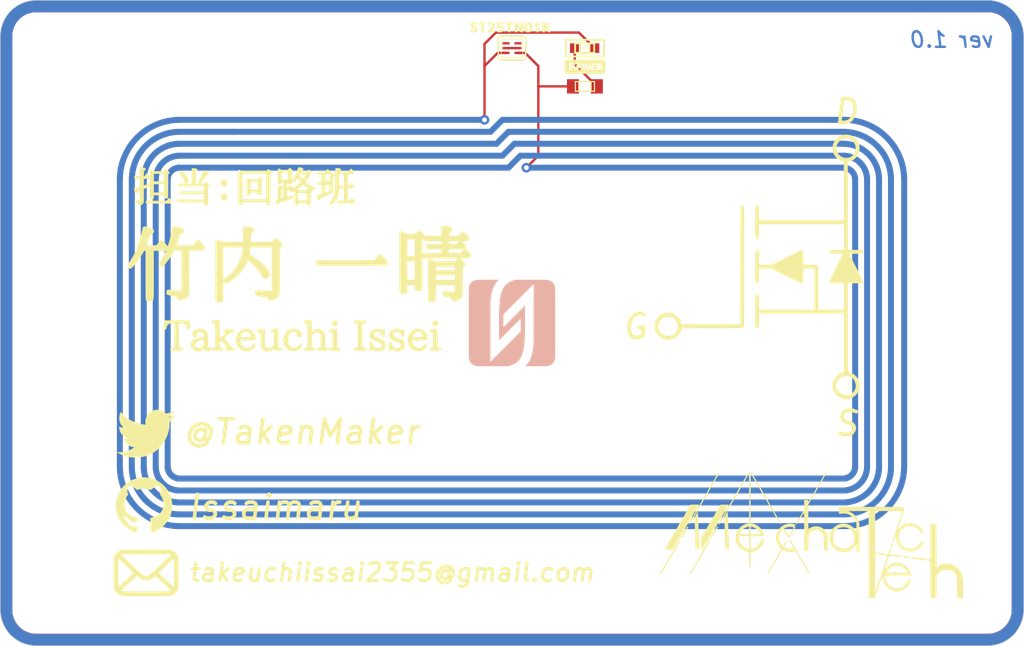
<source format=kicad_pcb>
(kicad_pcb (version 20171130) (host pcbnew "(5.1.10)-1")
  (layers (0 F.Cu signal) (31 B.Cu signal) (34 B.Paste user) (35 F.Paste user) (36 B.SilkS user) (37 F.SilkS user) (38 B.Mask user) (39 F.Mask user) (44 Edge.Cuts user))
  (net 0 "")
  (net 1 "Net-(LED1-PadK)")
  (net 2 "Net-(LED1-PadA)")
  (module circuit-business-card:担当 (layer F.Cu) (at 90.35 80.9)
    (fp_text reference G*** hide)
    (fp_text value LOGO hide)
  )
  (module circuit-business-card:MOSFET (layer F.Cu) (at 135.3 87.5)
    (fp_text reference G*** hide)
    (fp_text value LOGO hide)
  )
  (module circuit-business-card:名前 (layer F.Cu) (at 94.9 87.7)
    (fp_text reference G*** hide)
    (fp_text value LOGO hide)
  )
  (module "circuit-business-card:名前(英語)" (layer F.Cu) (at 95.3 93.05)
    (fp_text reference G*** hide)
    (fp_text value LOGO hide)
  )
  (module circuit-business-card:mail (layer F.Cu) (at 82.2 112.85)
    (fp_text reference G*** hide)
    (fp_text value LOGO hide)
  )
  (module circuit-business-card:github (layer F.Cu) (at 82.2 107.45)
    (fp_text reference G*** hide)
    (fp_text value LOGO hide)
  )
  (module circuit-business-card:Twitter (layer F.Cu) (at 82.2 101.25)
    (fp_text reference G*** hide)
    (fp_text value LOGO hide)
  )
  (module circuit-business-card:メカテック部ロゴ (layer F.Cu) (at 138.2 109.55)
    (fp_text reference G*** hide)
    (fp_text value LOGO hide)
  )
  (module circuit-business-card:NFC (layer B.Cu) (at 112.8 91.99 180)
    (fp_text reference G*** hide)
    (fp_text value LOGO hide)
  )
  (module circuit-business-card:ST25TN01K (layer F.Cu) (at 112.6 67.25)
    (fp_text reference G*** hide)
    (fp_text value LOGO hide)
  )
  (module circuit-business-card:POWER (layer F.Cu) (at 118.9 70.55)
    (fp_text reference G*** hide)
    (fp_text value LOGO hide)
  )
  (module circuit-business-card:CR0603 (layer F.Cu) (at 118.9 72.2)
    (fp_text reference R1 hide)
    (fp_text value RG2012 hide)
    (pad LEFT smd rect (at -1 0) (size 1 1.2) (layers F.Cu F.Paste F.Mask) (net 1 "Net-(LED1-PadK)"))
    (pad RIGHT smd rect (at 1 0) (size 1 1.2) (layers F.Cu F.Paste F.Mask) (net 2 "Net-(LED1-PadA)"))
  )
  (module circuit-business-card:SML-E12V8WT86 (layer F.Cu) (at 119.7 69 90)
    (fp_text reference LED1 hide)
    (fp_text value SML-E12V8WT86 hide)
    (pad K smd rect (at 0 0 90) (size 0.8 0.8) (layers F.Cu F.Paste F.Mask) (net 1 "Net-(LED1-PadK)"))
    (pad A smd rect (at 0 -1.65 90) (size 0.8 0.8) (layers F.Cu F.Paste F.Mask) (net 2 "Net-(LED1-PadA)"))
  )
  (module circuit-business-card:ST25TN01K-AFH5 (layer F.Cu) (at 112.8 69)
    (fp_text reference U1 hide)
    (fp_text value ST25TN01K-AFH5)
    (pad 2 smd roundrect (at 0.5 0.4) (size 0.6 0.2) (layers F.Cu F.Paste F.Mask) (net 1 "Net-(LED1-PadK)"))
    (pad 1 smd roundrect (at -0.5 0.4) (size 0.6 0.2) (layers F.Cu F.Paste F.Mask) (net 1 "Net-(LED1-PadK)"))
    (pad 6 smd roundrect (at 0.5 -0.4) (size 0.6 0.2) (layers F.Cu F.Paste F.Mask))
    (pad 5 smd roundrect (at -0.5 -0.4) (size 0.6 0.2) (layers F.Cu F.Paste F.Mask))
    (pad 4 smd roundrect (at 0 0) (size 1.6 0.2) (layers F.Cu F.Paste F.Mask))
  )
  (gr_text D (at 140.75 74.3) (layer F.SilkS) (effects (font (size 2 2) (thickness 0.3) italic)))
  (gr_text S (at 140.8 100.4) (layer F.SilkS) (effects (font (size 2 2) (thickness 0.3) italic)))
  (gr_text G (at 123.1 92.3) (layer F.SilkS) (effects (font (size 2 2) (thickness 0.3) italic)))
  (gr_text takeuchiissai2355@gmail.com (at 102.75 112.85) (layer F.SilkS) (effects (font (size 1.5 1.5) (thickness 0.25) italic)))
  (gr_text Issaimaru (at 93 107.4) (layer F.SilkS) (effects (font (size 2 2) (thickness 0.3) italic)))
  (gr_text @TakenMaker (at 95.2 101.1) (layer F.SilkS) (effects (font (size 2 2) (thickness 0.3) italic)))
  (gr_text "ver 1.0" (at 149.65 68.3) (layer B.Cu) (effects (font (size 1.3 1.3) (thickness 0.2) italic) (justify mirror)))
  (gr_arc (start 113.7 68.25) (end 113.95 68.25) (angle -90) (layer F.SilkS) (width 0.12))
  (gr_arc (start 113.7 69.75) (end 113.7 70) (angle -90) (layer F.SilkS) (width 0.12))
  (gr_arc (start 111.9 69.75) (end 111.65 69.75) (angle -90) (layer F.SilkS) (width 0.12))
  (gr_arc (start 111.9 68.25) (end 111.9 68) (angle -90) (layer F.SilkS) (width 0.12))
  (gr_line (start 113.7 68) (end 111.9 68) (layer F.SilkS) (width 0.12))
  (gr_line (start 113.95 69.75) (end 113.95 68.25) (layer F.SilkS) (width 0.12))
  (gr_line (start 111.9 70) (end 113.7 70) (layer F.SilkS) (width 0.12))
  (gr_line (start 111.65 68.25) (end 111.65 69.75) (layer F.SilkS) (width 0.12))
  (gr_line (start 120.5 68.3) (end 117.3 68.3) (layer F.SilkS) (width 0.15))
  (gr_line (start 120.5 69.7) (end 120.5 68.3) (layer F.SilkS) (width 0.15))
  (gr_line (start 117.3 69.7) (end 120.5 69.7) (layer F.SilkS) (width 0.15))
  (gr_line (start 117.3 68.3) (end 117.3 69.7) (layer F.SilkS) (width 0.15))
  (gr_arc (start 152.6 67.98) (end 155.1 67.98) (angle -90) (layer B.Cu) (width 1))
  (gr_line (start 155.1 68.02) (end 155.1 116) (layer B.Cu) (width 1))
  (gr_arc (start 152.6 116) (end 152.6 118.5) (angle -90) (layer B.Cu) (width 1))
  (gr_line (start 152.6 118.5) (end 73 118.5) (layer B.Cu) (width 1))
  (gr_arc (start 73 116) (end 70.5 116) (angle -90) (layer B.Cu) (width 1))
  (gr_line (start 70.5 68) (end 70.5 115.98) (layer B.Cu) (width 1))
  (gr_arc (start 73 68) (end 73 65.5) (angle -90) (layer B.Cu) (width 1))
  (gr_line (start 152.6 65.5) (end 73 65.5) (layer B.Cu) (width 1))
  (gr_arc (start 73 115.98) (end 70.5 115.98) (angle -90) (layer F.Cu) (width 1))
  (gr_arc (start 152.6 115.98) (end 152.6 118.48) (angle -90) (layer F.Cu) (width 1))
  (gr_arc (start 152.6 68) (end 155.1 68) (angle -90) (layer F.Cu) (width 1))
  (gr_arc (start 73 68) (end 73 65.5) (angle -90) (layer F.Cu) (width 1))
  (gr_line (start 152.6 118.48) (end 73 118.48) (layer F.Cu) (width 1))
  (gr_line (start 152.6 65.5) (end 73 65.5) (layer F.Cu) (width 1))
  (gr_line (start 155.1 68) (end 155.1 115.98) (layer F.Cu) (width 1))
  (gr_line (start 70.5 68) (end 70.5 115.98) (layer F.Cu) (width 1))
  (gr_arc (start 152.6 68) (end 155.6 68) (angle -90) (layer Edge.Cuts) (width 0.05))
  (gr_arc (start 152.6 115.98) (end 152.6 118.98) (angle -90) (layer Edge.Cuts) (width 0.05))
  (gr_arc (start 73 115.98) (end 70 115.98) (angle -90) (layer Edge.Cuts) (width 0.05))
  (gr_arc (start 73 68) (end 73 65) (angle -90) (layer Edge.Cuts) (width 0.05))
  (gr_line (start 152.6 65) (end 73 65) (layer Edge.Cuts) (width 0.05))
  (gr_line (start 155.6 115.98) (end 155.6 68) (layer Edge.Cuts) (width 0.05))
  (gr_line (start 73 118.98) (end 152.6 118.98) (layer Edge.Cuts) (width 0.05))
  (gr_line (start 70 68) (end 70 115.98) (layer Edge.Cuts) (width 0.05))
  (segment (start 112.5 75) (end 112 75) (width 0.5) (layer B.Cu) (net 1))
  (segment (start 111 76) (end 89.5 76) (width 0.5) (layer B.Cu) (net 1))
  (segment (start 112 75) (end 111 76) (width 0.5) (layer B.Cu) (net 1))
  (segment (start 112.5 76) (end 111.5 77) (width 0.5) (layer B.Cu) (net 1))
  (segment (start 113 77) (end 112 78) (width 0.5) (layer B.Cu) (net 1))
  (segment (start 113.5 78) (end 112.5 79) (width 0.5) (layer B.Cu) (net 1))
  (segment (start 85 77) (end 111.5 77) (width 0.5) (layer B.Cu) (net 1))
  (segment (start 85 77) (end 84.852796 77.003613) (width 0.5) (layer B.Cu) (net 1))
  (segment (start 84.852796 77.003613) (end 84.705948 77.014445) (width 0.5) (layer B.Cu) (net 1))
  (segment (start 84.705948 77.014445) (end 84.559808 77.03247) (width 0.5) (layer B.Cu) (net 1))
  (segment (start 84.559808 77.03247) (end 84.414729 77.057644) (width 0.5) (layer B.Cu) (net 1))
  (segment (start 84.414729 77.057644) (end 84.271059 77.089906) (width 0.5) (layer B.Cu) (net 1))
  (segment (start 84.271059 77.089906) (end 84.129145 77.129178) (width 0.5) (layer B.Cu) (net 1))
  (segment (start 84.129145 77.129178) (end 83.98933 77.175367) (width 0.5) (layer B.Cu) (net 1))
  (segment (start 83.98933 77.175367) (end 83.851949 77.228361) (width 0.5) (layer B.Cu) (net 1))
  (segment (start 83.851949 77.228361) (end 83.717334 77.288032) (width 0.5) (layer B.Cu) (net 1))
  (segment (start 83.717334 77.288032) (end 83.585809 77.354236) (width 0.5) (layer B.Cu) (net 1))
  (segment (start 83.585809 77.354236) (end 83.457691 77.426814) (width 0.5) (layer B.Cu) (net 1))
  (segment (start 83.457691 77.426814) (end 83.333289 77.505591) (width 0.5) (layer B.Cu) (net 1))
  (segment (start 83.333289 77.505591) (end 83.212902 77.590377) (width 0.5) (layer B.Cu) (net 1))
  (segment (start 83.212902 77.590377) (end 83.09682 77.680968) (width 0.5) (layer B.Cu) (net 1))
  (segment (start 83.09682 77.680968) (end 82.985323 77.777146) (width 0.5) (layer B.Cu) (net 1))
  (segment (start 82.985323 77.777146) (end 82.878679 77.878679) (width 0.5) (layer B.Cu) (net 1))
  (segment (start 82.878679 77.878679) (end 82.777146 77.985323) (width 0.5) (layer B.Cu) (net 1))
  (segment (start 82.777146 77.985323) (end 82.680968 78.09682) (width 0.5) (layer B.Cu) (net 1))
  (segment (start 82.680968 78.09682) (end 82.590377 78.212902) (width 0.5) (layer B.Cu) (net 1))
  (segment (start 82.590377 78.212902) (end 82.505591 78.333289) (width 0.5) (layer B.Cu) (net 1))
  (segment (start 82.505591 78.333289) (end 82.426814 78.457691) (width 0.5) (layer B.Cu) (net 1))
  (segment (start 82.426814 78.457691) (end 82.354236 78.585809) (width 0.5) (layer B.Cu) (net 1))
  (segment (start 82.354236 78.585809) (end 82.288032 78.717334) (width 0.5) (layer B.Cu) (net 1))
  (segment (start 82.288032 78.717334) (end 82.228361 78.851949) (width 0.5) (layer B.Cu) (net 1))
  (segment (start 82.228361 78.851949) (end 82.175367 78.98933) (width 0.5) (layer B.Cu) (net 1))
  (segment (start 82.175367 78.98933) (end 82.129178 79.129145) (width 0.5) (layer B.Cu) (net 1))
  (segment (start 82.129178 79.129145) (end 82.089906 79.271059) (width 0.5) (layer B.Cu) (net 1))
  (segment (start 82.089906 79.271059) (end 82.057644 79.414729) (width 0.5) (layer B.Cu) (net 1))
  (segment (start 82.057644 79.414729) (end 82.03247 79.559808) (width 0.5) (layer B.Cu) (net 1))
  (segment (start 82.03247 79.559808) (end 82.014445 79.705948) (width 0.5) (layer B.Cu) (net 1))
  (segment (start 82.014445 79.705948) (end 82.003613 79.852796) (width 0.5) (layer B.Cu) (net 1))
  (segment (start 82.003613 79.852796) (end 82 80) (width 0.5) (layer B.Cu) (net 1))
  (segment (start 85 78) (end 112 78) (width 0.5) (layer B.Cu) (net 1))
  (segment (start 85 78) (end 84.901864 78.002409) (width 0.5) (layer B.Cu) (net 1))
  (segment (start 84.901864 78.002409) (end 84.803965 78.00963) (width 0.5) (layer B.Cu) (net 1))
  (segment (start 84.803965 78.00963) (end 84.706539 78.021646) (width 0.5) (layer B.Cu) (net 1))
  (segment (start 84.706539 78.021646) (end 84.609819 78.038429) (width 0.5) (layer B.Cu) (net 1))
  (segment (start 84.609819 78.038429) (end 84.514039 78.059937) (width 0.5) (layer B.Cu) (net 1))
  (segment (start 84.514039 78.059937) (end 84.41943 78.086119) (width 0.5) (layer B.Cu) (net 1))
  (segment (start 84.41943 78.086119) (end 84.32622 78.116911) (width 0.5) (layer B.Cu) (net 1))
  (segment (start 84.32622 78.116911) (end 84.234633 78.15224) (width 0.5) (layer B.Cu) (net 1))
  (segment (start 84.234633 78.15224) (end 84.144889 78.192021) (width 0.5) (layer B.Cu) (net 1))
  (segment (start 84.144889 78.192021) (end 84.057206 78.236157) (width 0.5) (layer B.Cu) (net 1))
  (segment (start 84.057206 78.236157) (end 83.971794 78.284542) (width 0.5) (layer B.Cu) (net 1))
  (segment (start 83.971794 78.284542) (end 83.888859 78.33706) (width 0.5) (layer B.Cu) (net 1))
  (segment (start 83.888859 78.33706) (end 83.808601 78.393584) (width 0.5) (layer B.Cu) (net 1))
  (segment (start 83.808601 78.393584) (end 83.731213 78.453979) (width 0.5) (layer B.Cu) (net 1))
  (segment (start 83.731213 78.453979) (end 83.656882 78.518097) (width 0.5) (layer B.Cu) (net 1))
  (segment (start 83.656882 78.518097) (end 83.585786 78.585786) (width 0.5) (layer B.Cu) (net 1))
  (segment (start 83.585786 78.585786) (end 83.518097 78.656882) (width 0.5) (layer B.Cu) (net 1))
  (segment (start 83.518097 78.656882) (end 83.453979 78.731213) (width 0.5) (layer B.Cu) (net 1))
  (segment (start 83.453979 78.731213) (end 83.393584 78.808601) (width 0.5) (layer B.Cu) (net 1))
  (segment (start 83.393584 78.808601) (end 83.33706 78.888859) (width 0.5) (layer B.Cu) (net 1))
  (segment (start 83.33706 78.888859) (end 83.284542 78.971794) (width 0.5) (layer B.Cu) (net 1))
  (segment (start 83.284542 78.971794) (end 83.236157 79.057206) (width 0.5) (layer B.Cu) (net 1))
  (segment (start 83.236157 79.057206) (end 83.192021 79.144889) (width 0.5) (layer B.Cu) (net 1))
  (segment (start 83.192021 79.144889) (end 83.15224 79.234633) (width 0.5) (layer B.Cu) (net 1))
  (segment (start 83.15224 79.234633) (end 83.116911 79.32622) (width 0.5) (layer B.Cu) (net 1))
  (segment (start 83.116911 79.32622) (end 83.086119 79.41943) (width 0.5) (layer B.Cu) (net 1))
  (segment (start 83.086119 79.41943) (end 83.059937 79.514039) (width 0.5) (layer B.Cu) (net 1))
  (segment (start 83.059937 79.514039) (end 83.038429 79.609819) (width 0.5) (layer B.Cu) (net 1))
  (segment (start 83.038429 79.609819) (end 83.021646 79.706539) (width 0.5) (layer B.Cu) (net 1))
  (segment (start 83.021646 79.706539) (end 83.00963 79.803965) (width 0.5) (layer B.Cu) (net 1))
  (segment (start 83.00963 79.803965) (end 83.002409 79.901864) (width 0.5) (layer B.Cu) (net 1))
  (segment (start 83.002409 79.901864) (end 83 80) (width 0.5) (layer B.Cu) (net 1))
  (segment (start 85 79) (end 112.5 79) (width 0.5) (layer B.Cu) (net 1))
  (segment (start 85 79) (end 84.950932 79.001204) (width 0.5) (layer B.Cu) (net 1))
  (segment (start 84.950932 79.001204) (end 84.901982 79.004815) (width 0.5) (layer B.Cu) (net 1))
  (segment (start 84.901982 79.004815) (end 84.853269 79.010823) (width 0.5) (layer B.Cu) (net 1))
  (segment (start 84.853269 79.010823) (end 84.804909 79.019214) (width 0.5) (layer B.Cu) (net 1))
  (segment (start 84.804909 79.019214) (end 84.757019 79.029968) (width 0.5) (layer B.Cu) (net 1))
  (segment (start 84.757019 79.029968) (end 84.709715 79.043059) (width 0.5) (layer B.Cu) (net 1))
  (segment (start 84.709715 79.043059) (end 84.66311 79.058455) (width 0.5) (layer B.Cu) (net 1))
  (segment (start 84.66311 79.058455) (end 84.617316 79.07612) (width 0.5) (layer B.Cu) (net 1))
  (segment (start 84.617316 79.07612) (end 84.572444 79.09601) (width 0.5) (layer B.Cu) (net 1))
  (segment (start 84.572444 79.09601) (end 84.528603 79.118078) (width 0.5) (layer B.Cu) (net 1))
  (segment (start 84.528603 79.118078) (end 84.485897 79.142271) (width 0.5) (layer B.Cu) (net 1))
  (segment (start 84.485897 79.142271) (end 84.444429 79.16853) (width 0.5) (layer B.Cu) (net 1))
  (segment (start 84.444429 79.16853) (end 84.4043 79.196792) (width 0.5) (layer B.Cu) (net 1))
  (segment (start 84.4043 79.196792) (end 84.365606 79.226989) (width 0.5) (layer B.Cu) (net 1))
  (segment (start 84.365606 79.226989) (end 84.328441 79.259048) (width 0.5) (layer B.Cu) (net 1))
  (segment (start 84.328441 79.259048) (end 84.292893 79.292893) (width 0.5) (layer B.Cu) (net 1))
  (segment (start 84.292893 79.292893) (end 84.259048 79.328441) (width 0.5) (layer B.Cu) (net 1))
  (segment (start 84.259048 79.328441) (end 84.226989 79.365606) (width 0.5) (layer B.Cu) (net 1))
  (segment (start 84.226989 79.365606) (end 84.196792 79.4043) (width 0.5) (layer B.Cu) (net 1))
  (segment (start 84.196792 79.4043) (end 84.16853 79.444429) (width 0.5) (layer B.Cu) (net 1))
  (segment (start 84.16853 79.444429) (end 84.142271 79.485897) (width 0.5) (layer B.Cu) (net 1))
  (segment (start 84.142271 79.485897) (end 84.118078 79.528603) (width 0.5) (layer B.Cu) (net 1))
  (segment (start 84.118078 79.528603) (end 84.09601 79.572444) (width 0.5) (layer B.Cu) (net 1))
  (segment (start 84.09601 79.572444) (end 84.07612 79.617316) (width 0.5) (layer B.Cu) (net 1))
  (segment (start 84.07612 79.617316) (end 84.058455 79.66311) (width 0.5) (layer B.Cu) (net 1))
  (segment (start 84.058455 79.66311) (end 84.043059 79.709715) (width 0.5) (layer B.Cu) (net 1))
  (segment (start 84.043059 79.709715) (end 84.029968 79.757019) (width 0.5) (layer B.Cu) (net 1))
  (segment (start 84.029968 79.757019) (end 84.019214 79.804909) (width 0.5) (layer B.Cu) (net 1))
  (segment (start 84.019214 79.804909) (end 84.010823 79.853269) (width 0.5) (layer B.Cu) (net 1))
  (segment (start 84.010823 79.853269) (end 84.004815 79.901982) (width 0.5) (layer B.Cu) (net 1))
  (segment (start 84.004815 79.901982) (end 84.001204 79.950932) (width 0.5) (layer B.Cu) (net 1))
  (segment (start 84.001204 79.950932) (end 84 80) (width 0.5) (layer B.Cu) (net 1))
  (via (at 114 79) (size 0.8) (drill 0.4) (layers F.Cu B.Cu) (net 1))
  (segment (start 115 79) (end 114 79) (width 0.5) (layer B.Cu) (net 1))
  (via (at 110.5 75) (size 0.8) (drill 0.4) (layers F.Cu B.Cu) (net 1))
  (segment (start 112.3 69.4) (end 111.6 69.4) (width 0.2) (layer F.Cu) (net 1))
  (segment (start 111.6 69.4) (end 110.5 70.5) (width 0.2) (layer F.Cu) (net 1))
  (segment (start 110.5 70.5) (end 110.5 75) (width 0.2) (layer F.Cu) (net 1))
  (segment (start 110.5 75) (end 110.5 75) (width 0.5) (layer B.Cu) (net 1))
  (segment (start 115 78) (end 114 79) (width 0.2) (layer F.Cu) (net 1))
  (segment (start 113.9 69.4) (end 115 70.5) (width 0.2) (layer F.Cu) (net 1))
  (segment (start 113.3 69.4) (end 113.9 69.4) (width 0.2) (layer F.Cu) (net 1))
  (segment (start 85 75) (end 110.5 75) (width 0.5) (layer B.Cu) (net 1))
  (segment (start 85 75) (end 84.754661 75.006022) (width 0.5) (layer B.Cu) (net 1))
  (segment (start 84.754661 75.006022) (end 84.509914 75.024076) (width 0.5) (layer B.Cu) (net 1))
  (segment (start 84.509914 75.024076) (end 84.266347 75.054117) (width 0.5) (layer B.Cu) (net 1))
  (segment (start 84.266347 75.054117) (end 84.024548 75.096073) (width 0.5) (layer B.Cu) (net 1))
  (segment (start 84.024548 75.096073) (end 83.785099 75.149843) (width 0.5) (layer B.Cu) (net 1))
  (segment (start 83.785099 75.149843) (end 83.548576 75.215298) (width 0.5) (layer B.Cu) (net 1))
  (segment (start 83.548576 75.215298) (end 83.31555 75.292279) (width 0.5) (layer B.Cu) (net 1))
  (segment (start 83.31555 75.292279) (end 83.086582 75.380602) (width 0.5) (layer B.Cu) (net 1))
  (segment (start 83.086582 75.380602) (end 82.862224 75.480053) (width 0.5) (layer B.Cu) (net 1))
  (segment (start 82.862224 75.480053) (end 82.643016 75.590393) (width 0.5) (layer B.Cu) (net 1))
  (segment (start 82.643016 75.590393) (end 82.429486 75.711356) (width 0.5) (layer B.Cu) (net 1))
  (segment (start 82.429486 75.711356) (end 82.222148 75.842651) (width 0.5) (layer B.Cu) (net 1))
  (segment (start 82.222148 75.842651) (end 82.021503 75.983962) (width 0.5) (layer B.Cu) (net 1))
  (segment (start 82.021503 75.983962) (end 81.828033 76.134947) (width 0.5) (layer B.Cu) (net 1))
  (segment (start 81.828033 76.134947) (end 81.642205 76.295244) (width 0.5) (layer B.Cu) (net 1))
  (segment (start 81.642205 76.295244) (end 81.464466 76.464466) (width 0.5) (layer B.Cu) (net 1))
  (segment (start 81.464466 76.464466) (end 81.295244 76.642205) (width 0.5) (layer B.Cu) (net 1))
  (segment (start 81.295244 76.642205) (end 81.134947 76.828033) (width 0.5) (layer B.Cu) (net 1))
  (segment (start 81.134947 76.828033) (end 80.983962 77.021503) (width 0.5) (layer B.Cu) (net 1))
  (segment (start 80.983962 77.021503) (end 80.842651 77.222148) (width 0.5) (layer B.Cu) (net 1))
  (segment (start 80.842651 77.222148) (end 80.711356 77.429486) (width 0.5) (layer B.Cu) (net 1))
  (segment (start 80.711356 77.429486) (end 80.590393 77.643016) (width 0.5) (layer B.Cu) (net 1))
  (segment (start 80.590393 77.643016) (end 80.480053 77.862224) (width 0.5) (layer B.Cu) (net 1))
  (segment (start 80.480053 77.862224) (end 80.380602 78.086582) (width 0.5) (layer B.Cu) (net 1))
  (segment (start 80.380602 78.086582) (end 80.292279 78.31555) (width 0.5) (layer B.Cu) (net 1))
  (segment (start 80.292279 78.31555) (end 80.215298 78.548576) (width 0.5) (layer B.Cu) (net 1))
  (segment (start 80.215298 78.548576) (end 80.149843 78.785099) (width 0.5) (layer B.Cu) (net 1))
  (segment (start 80.149843 78.785099) (end 80.096073 79.024548) (width 0.5) (layer B.Cu) (net 1))
  (segment (start 80.096073 79.024548) (end 80.054117 79.266347) (width 0.5) (layer B.Cu) (net 1))
  (segment (start 80.054117 79.266347) (end 80.024076 79.509914) (width 0.5) (layer B.Cu) (net 1))
  (segment (start 80.024076 79.509914) (end 80.006022 79.754661) (width 0.5) (layer B.Cu) (net 1))
  (segment (start 80.006022 79.754661) (end 80 80) (width 0.5) (layer B.Cu) (net 1))
  (segment (start 85 76) (end 89.5 76) (width 0.5) (layer B.Cu) (net 1))
  (segment (start 85 76) (end 84.803729 76.004818) (width 0.5) (layer B.Cu) (net 1))
  (segment (start 84.803729 76.004818) (end 84.607931 76.019261) (width 0.5) (layer B.Cu) (net 1))
  (segment (start 84.607931 76.019261) (end 84.413078 76.043293) (width 0.5) (layer B.Cu) (net 1))
  (segment (start 84.413078 76.043293) (end 84.219638 76.076858) (width 0.5) (layer B.Cu) (net 1))
  (segment (start 84.219638 76.076858) (end 84.028079 76.119874) (width 0.5) (layer B.Cu) (net 1))
  (segment (start 84.028079 76.119874) (end 83.838861 76.172238) (width 0.5) (layer B.Cu) (net 1))
  (segment (start 83.838861 76.172238) (end 83.65244 76.233823) (width 0.5) (layer B.Cu) (net 1))
  (segment (start 83.65244 76.233823) (end 83.469266 76.304481) (width 0.5) (layer B.Cu) (net 1))
  (segment (start 83.469266 76.304481) (end 83.289779 76.384042) (width 0.5) (layer B.Cu) (net 1))
  (segment (start 83.289779 76.384042) (end 83.114413 76.472314) (width 0.5) (layer B.Cu) (net 1))
  (segment (start 83.114413 76.472314) (end 82.943589 76.569085) (width 0.5) (layer B.Cu) (net 1))
  (segment (start 82.943589 76.569085) (end 82.777719 76.674121) (width 0.5) (layer B.Cu) (net 1))
  (segment (start 82.777719 76.674121) (end 82.617202 76.787169) (width 0.5) (layer B.Cu) (net 1))
  (segment (start 82.617202 76.787169) (end 82.462426 76.907958) (width 0.5) (layer B.Cu) (net 1))
  (segment (start 82.462426 76.907958) (end 82.313764 77.036195) (width 0.5) (layer B.Cu) (net 1))
  (segment (start 82.313764 77.036195) (end 82.171572 77.171572) (width 0.5) (layer B.Cu) (net 1))
  (segment (start 82.171572 77.171572) (end 82.036195 77.313764) (width 0.5) (layer B.Cu) (net 1))
  (segment (start 82.036195 77.313764) (end 81.907958 77.462426) (width 0.5) (layer B.Cu) (net 1))
  (segment (start 81.907958 77.462426) (end 81.787169 77.617202) (width 0.5) (layer B.Cu) (net 1))
  (segment (start 81.787169 77.617202) (end 81.674121 77.777719) (width 0.5) (layer B.Cu) (net 1))
  (segment (start 81.674121 77.777719) (end 81.569085 77.943589) (width 0.5) (layer B.Cu) (net 1))
  (segment (start 81.569085 77.943589) (end 81.472314 78.114413) (width 0.5) (layer B.Cu) (net 1))
  (segment (start 81.472314 78.114413) (end 81.384042 78.289779) (width 0.5) (layer B.Cu) (net 1))
  (segment (start 81.384042 78.289779) (end 81.304481 78.469266) (width 0.5) (layer B.Cu) (net 1))
  (segment (start 81.304481 78.469266) (end 81.233823 78.65244) (width 0.5) (layer B.Cu) (net 1))
  (segment (start 81.233823 78.65244) (end 81.172238 78.838861) (width 0.5) (layer B.Cu) (net 1))
  (segment (start 81.172238 78.838861) (end 81.119874 79.028079) (width 0.5) (layer B.Cu) (net 1))
  (segment (start 81.119874 79.028079) (end 81.076858 79.219638) (width 0.5) (layer B.Cu) (net 1))
  (segment (start 81.076858 79.219638) (end 81.043293 79.413078) (width 0.5) (layer B.Cu) (net 1))
  (segment (start 81.043293 79.413078) (end 81.019261 79.607931) (width 0.5) (layer B.Cu) (net 1))
  (segment (start 81.019261 79.607931) (end 81.004818 79.803729) (width 0.5) (layer B.Cu) (net 1))
  (segment (start 81.004818 79.803729) (end 81 80) (width 0.5) (layer B.Cu) (net 1))
  (segment (start 85 108) (end 84.803729 107.995181) (width 0.5) (layer B.Cu) (net 1))
  (segment (start 84.803729 107.995181) (end 84.607931 107.980738) (width 0.5) (layer B.Cu) (net 1))
  (segment (start 84.607931 107.980738) (end 84.413078 107.956706) (width 0.5) (layer B.Cu) (net 1))
  (segment (start 84.413078 107.956706) (end 84.219638 107.923141) (width 0.5) (layer B.Cu) (net 1))
  (segment (start 84.219638 107.923141) (end 84.028079 107.880125) (width 0.5) (layer B.Cu) (net 1))
  (segment (start 84.028079 107.880125) (end 83.838861 107.827761) (width 0.5) (layer B.Cu) (net 1))
  (segment (start 83.838861 107.827761) (end 83.65244 107.766176) (width 0.5) (layer B.Cu) (net 1))
  (segment (start 83.65244 107.766176) (end 83.469266 107.695518) (width 0.5) (layer B.Cu) (net 1))
  (segment (start 83.469266 107.695518) (end 83.289779 107.615957) (width 0.5) (layer B.Cu) (net 1))
  (segment (start 83.289779 107.615957) (end 83.114413 107.527685) (width 0.5) (layer B.Cu) (net 1))
  (segment (start 83.114413 107.527685) (end 82.943589 107.430914) (width 0.5) (layer B.Cu) (net 1))
  (segment (start 82.943589 107.430914) (end 82.777719 107.325878) (width 0.5) (layer B.Cu) (net 1))
  (segment (start 82.777719 107.325878) (end 82.617202 107.21283) (width 0.5) (layer B.Cu) (net 1))
  (segment (start 82.617202 107.21283) (end 82.462426 107.092041) (width 0.5) (layer B.Cu) (net 1))
  (segment (start 82.462426 107.092041) (end 82.313764 106.963804) (width 0.5) (layer B.Cu) (net 1))
  (segment (start 82.313764 106.963804) (end 82.171572 106.828427) (width 0.5) (layer B.Cu) (net 1))
  (segment (start 82.171572 106.828427) (end 82.036195 106.686235) (width 0.5) (layer B.Cu) (net 1))
  (segment (start 82.036195 106.686235) (end 81.907958 106.537573) (width 0.5) (layer B.Cu) (net 1))
  (segment (start 81.907958 106.537573) (end 81.787169 106.382797) (width 0.5) (layer B.Cu) (net 1))
  (segment (start 81.787169 106.382797) (end 81.674121 106.22228) (width 0.5) (layer B.Cu) (net 1))
  (segment (start 81.674121 106.22228) (end 81.569085 106.05641) (width 0.5) (layer B.Cu) (net 1))
  (segment (start 81.569085 106.05641) (end 81.472314 105.885586) (width 0.5) (layer B.Cu) (net 1))
  (segment (start 81.472314 105.885586) (end 81.384042 105.71022) (width 0.5) (layer B.Cu) (net 1))
  (segment (start 81.384042 105.71022) (end 81.304481 105.530733) (width 0.5) (layer B.Cu) (net 1))
  (segment (start 81.304481 105.530733) (end 81.233823 105.347559) (width 0.5) (layer B.Cu) (net 1))
  (segment (start 81.233823 105.347559) (end 81.172238 105.161138) (width 0.5) (layer B.Cu) (net 1))
  (segment (start 81.172238 105.161138) (end 81.119874 104.97192) (width 0.5) (layer B.Cu) (net 1))
  (segment (start 81.119874 104.97192) (end 81.076858 104.780361) (width 0.5) (layer B.Cu) (net 1))
  (segment (start 81.076858 104.780361) (end 81.043293 104.586921) (width 0.5) (layer B.Cu) (net 1))
  (segment (start 81.043293 104.586921) (end 81.019261 104.392068) (width 0.5) (layer B.Cu) (net 1))
  (segment (start 81.019261 104.392068) (end 81.004818 104.19627) (width 0.5) (layer B.Cu) (net 1))
  (segment (start 81.004818 104.19627) (end 81 104) (width 0.5) (layer B.Cu) (net 1))
  (segment (start 81 104) (end 81 80) (width 0.5) (layer B.Cu) (net 1))
  (segment (start 85 107) (end 84.852796 106.996386) (width 0.5) (layer B.Cu) (net 1))
  (segment (start 84.852796 106.996386) (end 84.705948 106.985554) (width 0.5) (layer B.Cu) (net 1))
  (segment (start 84.705948 106.985554) (end 84.559808 106.967529) (width 0.5) (layer B.Cu) (net 1))
  (segment (start 84.559808 106.967529) (end 84.414729 106.942355) (width 0.5) (layer B.Cu) (net 1))
  (segment (start 84.414729 106.942355) (end 84.271059 106.910093) (width 0.5) (layer B.Cu) (net 1))
  (segment (start 84.271059 106.910093) (end 84.129145 106.870821) (width 0.5) (layer B.Cu) (net 1))
  (segment (start 84.129145 106.870821) (end 83.98933 106.824632) (width 0.5) (layer B.Cu) (net 1))
  (segment (start 83.98933 106.824632) (end 83.851949 106.771638) (width 0.5) (layer B.Cu) (net 1))
  (segment (start 83.851949 106.771638) (end 83.717334 106.711967) (width 0.5) (layer B.Cu) (net 1))
  (segment (start 83.717334 106.711967) (end 83.585809 106.645763) (width 0.5) (layer B.Cu) (net 1))
  (segment (start 83.585809 106.645763) (end 83.457691 106.573185) (width 0.5) (layer B.Cu) (net 1))
  (segment (start 83.457691 106.573185) (end 83.333289 106.494408) (width 0.5) (layer B.Cu) (net 1))
  (segment (start 83.333289 106.494408) (end 83.212902 106.409622) (width 0.5) (layer B.Cu) (net 1))
  (segment (start 83.212902 106.409622) (end 83.09682 106.319031) (width 0.5) (layer B.Cu) (net 1))
  (segment (start 83.09682 106.319031) (end 82.985323 106.222853) (width 0.5) (layer B.Cu) (net 1))
  (segment (start 82.985323 106.222853) (end 82.878679 106.12132) (width 0.5) (layer B.Cu) (net 1))
  (segment (start 82.878679 106.12132) (end 82.777146 106.014676) (width 0.5) (layer B.Cu) (net 1))
  (segment (start 82.777146 106.014676) (end 82.680968 105.903179) (width 0.5) (layer B.Cu) (net 1))
  (segment (start 82.680968 105.903179) (end 82.590377 105.787097) (width 0.5) (layer B.Cu) (net 1))
  (segment (start 82.590377 105.787097) (end 82.505591 105.66671) (width 0.5) (layer B.Cu) (net 1))
  (segment (start 82.505591 105.66671) (end 82.426814 105.542308) (width 0.5) (layer B.Cu) (net 1))
  (segment (start 82.426814 105.542308) (end 82.354236 105.41419) (width 0.5) (layer B.Cu) (net 1))
  (segment (start 82.354236 105.41419) (end 82.288032 105.282665) (width 0.5) (layer B.Cu) (net 1))
  (segment (start 82.288032 105.282665) (end 82.228361 105.14805) (width 0.5) (layer B.Cu) (net 1))
  (segment (start 82.228361 105.14805) (end 82.175367 105.010669) (width 0.5) (layer B.Cu) (net 1))
  (segment (start 82.175367 105.010669) (end 82.129178 104.870854) (width 0.5) (layer B.Cu) (net 1))
  (segment (start 82.129178 104.870854) (end 82.089906 104.72894) (width 0.5) (layer B.Cu) (net 1))
  (segment (start 82.089906 104.72894) (end 82.057644 104.58527) (width 0.5) (layer B.Cu) (net 1))
  (segment (start 82.057644 104.58527) (end 82.03247 104.440191) (width 0.5) (layer B.Cu) (net 1))
  (segment (start 82.03247 104.440191) (end 82.014445 104.294051) (width 0.5) (layer B.Cu) (net 1))
  (segment (start 82.014445 104.294051) (end 82.003613 104.147203) (width 0.5) (layer B.Cu) (net 1))
  (segment (start 82.003613 104.147203) (end 82 104) (width 0.5) (layer B.Cu) (net 1))
  (segment (start 82 104) (end 82 80) (width 0.5) (layer B.Cu) (net 1))
  (segment (start 83 104) (end 83 80) (width 0.5) (layer B.Cu) (net 1))
  (segment (start 83 104) (end 83.002409 104.098135) (width 0.5) (layer B.Cu) (net 1))
  (segment (start 83.002409 104.098135) (end 83.00963 104.196034) (width 0.5) (layer B.Cu) (net 1))
  (segment (start 83.00963 104.196034) (end 83.021646 104.29346) (width 0.5) (layer B.Cu) (net 1))
  (segment (start 83.021646 104.29346) (end 83.038429 104.39018) (width 0.5) (layer B.Cu) (net 1))
  (segment (start 83.038429 104.39018) (end 83.059937 104.48596) (width 0.5) (layer B.Cu) (net 1))
  (segment (start 83.059937 104.48596) (end 83.086119 104.580569) (width 0.5) (layer B.Cu) (net 1))
  (segment (start 83.086119 104.580569) (end 83.116911 104.673779) (width 0.5) (layer B.Cu) (net 1))
  (segment (start 83.116911 104.673779) (end 83.15224 104.765366) (width 0.5) (layer B.Cu) (net 1))
  (segment (start 83.15224 104.765366) (end 83.192021 104.85511) (width 0.5) (layer B.Cu) (net 1))
  (segment (start 83.192021 104.85511) (end 83.236157 104.942793) (width 0.5) (layer B.Cu) (net 1))
  (segment (start 83.236157 104.942793) (end 83.284542 105.028205) (width 0.5) (layer B.Cu) (net 1))
  (segment (start 83.284542 105.028205) (end 83.33706 105.11114) (width 0.5) (layer B.Cu) (net 1))
  (segment (start 83.33706 105.11114) (end 83.393584 105.191398) (width 0.5) (layer B.Cu) (net 1))
  (segment (start 83.393584 105.191398) (end 83.453979 105.268786) (width 0.5) (layer B.Cu) (net 1))
  (segment (start 83.453979 105.268786) (end 83.518097 105.343117) (width 0.5) (layer B.Cu) (net 1))
  (segment (start 83.518097 105.343117) (end 83.585786 105.414213) (width 0.5) (layer B.Cu) (net 1))
  (segment (start 83.585786 105.414213) (end 83.656882 105.481902) (width 0.5) (layer B.Cu) (net 1))
  (segment (start 83.656882 105.481902) (end 83.731213 105.54602) (width 0.5) (layer B.Cu) (net 1))
  (segment (start 83.731213 105.54602) (end 83.808601 105.606415) (width 0.5) (layer B.Cu) (net 1))
  (segment (start 83.808601 105.606415) (end 83.888859 105.662939) (width 0.5) (layer B.Cu) (net 1))
  (segment (start 83.888859 105.662939) (end 83.971794 105.715457) (width 0.5) (layer B.Cu) (net 1))
  (segment (start 83.971794 105.715457) (end 84.057206 105.763842) (width 0.5) (layer B.Cu) (net 1))
  (segment (start 84.057206 105.763842) (end 84.144889 105.807978) (width 0.5) (layer B.Cu) (net 1))
  (segment (start 84.144889 105.807978) (end 84.234633 105.847759) (width 0.5) (layer B.Cu) (net 1))
  (segment (start 84.234633 105.847759) (end 84.32622 105.883088) (width 0.5) (layer B.Cu) (net 1))
  (segment (start 84.32622 105.883088) (end 84.41943 105.91388) (width 0.5) (layer B.Cu) (net 1))
  (segment (start 84.41943 105.91388) (end 84.514039 105.940062) (width 0.5) (layer B.Cu) (net 1))
  (segment (start 84.514039 105.940062) (end 84.609819 105.96157) (width 0.5) (layer B.Cu) (net 1))
  (segment (start 84.609819 105.96157) (end 84.706539 105.978353) (width 0.5) (layer B.Cu) (net 1))
  (segment (start 84.706539 105.978353) (end 84.803965 105.990369) (width 0.5) (layer B.Cu) (net 1))
  (segment (start 84.803965 105.990369) (end 84.901864 105.99759) (width 0.5) (layer B.Cu) (net 1))
  (segment (start 84.901864 105.99759) (end 85 106) (width 0.5) (layer B.Cu) (net 1))
  (segment (start 84 104) (end 84 80) (width 0.5) (layer B.Cu) (net 1))
  (segment (start 84 104) (end 84.001204 104.049067) (width 0.5) (layer B.Cu) (net 1))
  (segment (start 84.001204 104.049067) (end 84.004815 104.098017) (width 0.5) (layer B.Cu) (net 1))
  (segment (start 84.004815 104.098017) (end 84.010823 104.14673) (width 0.5) (layer B.Cu) (net 1))
  (segment (start 84.010823 104.14673) (end 84.019214 104.19509) (width 0.5) (layer B.Cu) (net 1))
  (segment (start 84.019214 104.19509) (end 84.029968 104.24298) (width 0.5) (layer B.Cu) (net 1))
  (segment (start 84.029968 104.24298) (end 84.043059 104.290284) (width 0.5) (layer B.Cu) (net 1))
  (segment (start 84.043059 104.290284) (end 84.058455 104.336889) (width 0.5) (layer B.Cu) (net 1))
  (segment (start 84.058455 104.336889) (end 84.07612 104.382683) (width 0.5) (layer B.Cu) (net 1))
  (segment (start 84.07612 104.382683) (end 84.09601 104.427555) (width 0.5) (layer B.Cu) (net 1))
  (segment (start 84.09601 104.427555) (end 84.118078 104.471396) (width 0.5) (layer B.Cu) (net 1))
  (segment (start 84.118078 104.471396) (end 84.142271 104.514102) (width 0.5) (layer B.Cu) (net 1))
  (segment (start 84.142271 104.514102) (end 84.16853 104.55557) (width 0.5) (layer B.Cu) (net 1))
  (segment (start 84.16853 104.55557) (end 84.196792 104.595699) (width 0.5) (layer B.Cu) (net 1))
  (segment (start 84.196792 104.595699) (end 84.226989 104.634393) (width 0.5) (layer B.Cu) (net 1))
  (segment (start 84.226989 104.634393) (end 84.259048 104.671558) (width 0.5) (layer B.Cu) (net 1))
  (segment (start 84.259048 104.671558) (end 84.292893 104.707106) (width 0.5) (layer B.Cu) (net 1))
  (segment (start 84.292893 104.707106) (end 84.328441 104.740951) (width 0.5) (layer B.Cu) (net 1))
  (segment (start 84.328441 104.740951) (end 84.365606 104.77301) (width 0.5) (layer B.Cu) (net 1))
  (segment (start 84.365606 104.77301) (end 84.4043 104.803207) (width 0.5) (layer B.Cu) (net 1))
  (segment (start 84.4043 104.803207) (end 84.444429 104.831469) (width 0.5) (layer B.Cu) (net 1))
  (segment (start 84.444429 104.831469) (end 84.485897 104.857728) (width 0.5) (layer B.Cu) (net 1))
  (segment (start 84.485897 104.857728) (end 84.528603 104.881921) (width 0.5) (layer B.Cu) (net 1))
  (segment (start 84.528603 104.881921) (end 84.572444 104.903989) (width 0.5) (layer B.Cu) (net 1))
  (segment (start 84.572444 104.903989) (end 84.617316 104.923879) (width 0.5) (layer B.Cu) (net 1))
  (segment (start 84.617316 104.923879) (end 84.66311 104.941544) (width 0.5) (layer B.Cu) (net 1))
  (segment (start 84.66311 104.941544) (end 84.709715 104.95694) (width 0.5) (layer B.Cu) (net 1))
  (segment (start 84.709715 104.95694) (end 84.757019 104.970031) (width 0.5) (layer B.Cu) (net 1))
  (segment (start 84.757019 104.970031) (end 84.804909 104.980785) (width 0.5) (layer B.Cu) (net 1))
  (segment (start 84.804909 104.980785) (end 84.853269 104.989176) (width 0.5) (layer B.Cu) (net 1))
  (segment (start 84.853269 104.989176) (end 84.901982 104.995184) (width 0.5) (layer B.Cu) (net 1))
  (segment (start 84.901982 104.995184) (end 84.950932 104.998795) (width 0.5) (layer B.Cu) (net 1))
  (segment (start 84.950932 104.998795) (end 85 105) (width 0.5) (layer B.Cu) (net 1))
  (segment (start 85 108.98) (end 84.754661 108.973977) (width 0.5) (layer B.Cu) (net 1))
  (segment (start 84.754661 108.973977) (end 84.509914 108.955923) (width 0.5) (layer B.Cu) (net 1))
  (segment (start 84.509914 108.955923) (end 84.266347 108.925882) (width 0.5) (layer B.Cu) (net 1))
  (segment (start 84.266347 108.925882) (end 84.024548 108.883926) (width 0.5) (layer B.Cu) (net 1))
  (segment (start 84.024548 108.883926) (end 83.785099 108.830156) (width 0.5) (layer B.Cu) (net 1))
  (segment (start 83.785099 108.830156) (end 83.548576 108.764701) (width 0.5) (layer B.Cu) (net 1))
  (segment (start 83.548576 108.764701) (end 83.31555 108.68772) (width 0.5) (layer B.Cu) (net 1))
  (segment (start 83.31555 108.68772) (end 83.086582 108.599397) (width 0.5) (layer B.Cu) (net 1))
  (segment (start 83.086582 108.599397) (end 82.862224 108.499946) (width 0.5) (layer B.Cu) (net 1))
  (segment (start 82.862224 108.499946) (end 82.643016 108.389606) (width 0.5) (layer B.Cu) (net 1))
  (segment (start 82.643016 108.389606) (end 82.429486 108.268643) (width 0.5) (layer B.Cu) (net 1))
  (segment (start 82.429486 108.268643) (end 82.222148 108.137348) (width 0.5) (layer B.Cu) (net 1))
  (segment (start 82.222148 108.137348) (end 82.021503 107.996037) (width 0.5) (layer B.Cu) (net 1))
  (segment (start 82.021503 107.996037) (end 81.828033 107.845052) (width 0.5) (layer B.Cu) (net 1))
  (segment (start 81.828033 107.845052) (end 81.642205 107.684755) (width 0.5) (layer B.Cu) (net 1))
  (segment (start 81.642205 107.684755) (end 81.464466 107.515533) (width 0.5) (layer B.Cu) (net 1))
  (segment (start 81.464466 107.515533) (end 81.295244 107.337794) (width 0.5) (layer B.Cu) (net 1))
  (segment (start 81.295244 107.337794) (end 81.134947 107.151966) (width 0.5) (layer B.Cu) (net 1))
  (segment (start 81.134947 107.151966) (end 80.983962 106.958496) (width 0.5) (layer B.Cu) (net 1))
  (segment (start 80.983962 106.958496) (end 80.842651 106.757851) (width 0.5) (layer B.Cu) (net 1))
  (segment (start 80.842651 106.757851) (end 80.711356 106.550513) (width 0.5) (layer B.Cu) (net 1))
  (segment (start 80.711356 106.550513) (end 80.590393 106.336983) (width 0.5) (layer B.Cu) (net 1))
  (segment (start 80.590393 106.336983) (end 80.480053 106.117775) (width 0.5) (layer B.Cu) (net 1))
  (segment (start 80.480053 106.117775) (end 80.380602 105.893417) (width 0.5) (layer B.Cu) (net 1))
  (segment (start 80.380602 105.893417) (end 80.292279 105.664449) (width 0.5) (layer B.Cu) (net 1))
  (segment (start 80.292279 105.664449) (end 80.215298 105.431423) (width 0.5) (layer B.Cu) (net 1))
  (segment (start 80.215298 105.431423) (end 80.149843 105.1949) (width 0.5) (layer B.Cu) (net 1))
  (segment (start 80.149843 105.1949) (end 80.096073 104.955451) (width 0.5) (layer B.Cu) (net 1))
  (segment (start 80.096073 104.955451) (end 80.054117 104.713652) (width 0.5) (layer B.Cu) (net 1))
  (segment (start 80.054117 104.713652) (end 80.024076 104.470085) (width 0.5) (layer B.Cu) (net 1))
  (segment (start 80.024076 104.470085) (end 80.006022 104.225338) (width 0.5) (layer B.Cu) (net 1))
  (segment (start 80.006022 104.225338) (end 80 103.98) (width 0.5) (layer B.Cu) (net 1))
  (segment (start 80 103.98) (end 80 80) (width 0.5) (layer B.Cu) (net 1))
  (segment (start 145.6 103.98) (end 145.593977 104.225338) (width 0.5) (layer B.Cu) (net 1))
  (segment (start 145.593977 104.225338) (end 145.575923 104.470085) (width 0.5) (layer B.Cu) (net 1))
  (segment (start 145.575923 104.470085) (end 145.545882 104.713652) (width 0.5) (layer B.Cu) (net 1))
  (segment (start 145.545882 104.713652) (end 145.503926 104.955451) (width 0.5) (layer B.Cu) (net 1))
  (segment (start 145.503926 104.955451) (end 145.450156 105.1949) (width 0.5) (layer B.Cu) (net 1))
  (segment (start 145.450156 105.1949) (end 145.384701 105.431423) (width 0.5) (layer B.Cu) (net 1))
  (segment (start 145.384701 105.431423) (end 145.30772 105.664449) (width 0.5) (layer B.Cu) (net 1))
  (segment (start 145.30772 105.664449) (end 145.219397 105.893417) (width 0.5) (layer B.Cu) (net 1))
  (segment (start 145.219397 105.893417) (end 145.119946 106.117775) (width 0.5) (layer B.Cu) (net 1))
  (segment (start 145.119946 106.117775) (end 145.009606 106.336983) (width 0.5) (layer B.Cu) (net 1))
  (segment (start 145.009606 106.336983) (end 144.888643 106.550513) (width 0.5) (layer B.Cu) (net 1))
  (segment (start 144.888643 106.550513) (end 144.757348 106.757851) (width 0.5) (layer B.Cu) (net 1))
  (segment (start 144.757348 106.757851) (end 144.616037 106.958496) (width 0.5) (layer B.Cu) (net 1))
  (segment (start 144.616037 106.958496) (end 144.465052 107.151966) (width 0.5) (layer B.Cu) (net 1))
  (segment (start 144.465052 107.151966) (end 144.304755 107.337794) (width 0.5) (layer B.Cu) (net 1))
  (segment (start 144.304755 107.337794) (end 144.135533 107.515533) (width 0.5) (layer B.Cu) (net 1))
  (segment (start 144.135533 107.515533) (end 143.957794 107.684755) (width 0.5) (layer B.Cu) (net 1))
  (segment (start 143.957794 107.684755) (end 143.771966 107.845052) (width 0.5) (layer B.Cu) (net 1))
  (segment (start 143.771966 107.845052) (end 143.578496 107.996037) (width 0.5) (layer B.Cu) (net 1))
  (segment (start 143.578496 107.996037) (end 143.377851 108.137348) (width 0.5) (layer B.Cu) (net 1))
  (segment (start 143.377851 108.137348) (end 143.170513 108.268643) (width 0.5) (layer B.Cu) (net 1))
  (segment (start 143.170513 108.268643) (end 142.956983 108.389606) (width 0.5) (layer B.Cu) (net 1))
  (segment (start 142.956983 108.389606) (end 142.737775 108.499946) (width 0.5) (layer B.Cu) (net 1))
  (segment (start 142.737775 108.499946) (end 142.513417 108.599397) (width 0.5) (layer B.Cu) (net 1))
  (segment (start 142.513417 108.599397) (end 142.284449 108.68772) (width 0.5) (layer B.Cu) (net 1))
  (segment (start 142.284449 108.68772) (end 142.051423 108.764701) (width 0.5) (layer B.Cu) (net 1))
  (segment (start 142.051423 108.764701) (end 141.8149 108.830156) (width 0.5) (layer B.Cu) (net 1))
  (segment (start 141.8149 108.830156) (end 141.575451 108.883926) (width 0.5) (layer B.Cu) (net 1))
  (segment (start 141.575451 108.883926) (end 141.333652 108.925882) (width 0.5) (layer B.Cu) (net 1))
  (segment (start 141.333652 108.925882) (end 141.090085 108.955923) (width 0.5) (layer B.Cu) (net 1))
  (segment (start 141.090085 108.955923) (end 140.845338 108.973977) (width 0.5) (layer B.Cu) (net 1))
  (segment (start 140.845338 108.973977) (end 140.6 108.98) (width 0.5) (layer B.Cu) (net 1))
  (segment (start 140.6 108.98) (end 85 108.98) (width 0.5) (layer B.Cu) (net 1))
  (segment (start 144.5 104) (end 144.495181 104.19627) (width 0.5) (layer B.Cu) (net 1))
  (segment (start 144.495181 104.19627) (end 144.480738 104.392068) (width 0.5) (layer B.Cu) (net 1))
  (segment (start 144.480738 104.392068) (end 144.456706 104.586921) (width 0.5) (layer B.Cu) (net 1))
  (segment (start 144.456706 104.586921) (end 144.423141 104.780361) (width 0.5) (layer B.Cu) (net 1))
  (segment (start 144.423141 104.780361) (end 144.380125 104.97192) (width 0.5) (layer B.Cu) (net 1))
  (segment (start 144.380125 104.97192) (end 144.327761 105.161138) (width 0.5) (layer B.Cu) (net 1))
  (segment (start 144.327761 105.161138) (end 144.266176 105.347559) (width 0.5) (layer B.Cu) (net 1))
  (segment (start 144.266176 105.347559) (end 144.195518 105.530733) (width 0.5) (layer B.Cu) (net 1))
  (segment (start 144.195518 105.530733) (end 144.115957 105.71022) (width 0.5) (layer B.Cu) (net 1))
  (segment (start 144.115957 105.71022) (end 144.027685 105.885586) (width 0.5) (layer B.Cu) (net 1))
  (segment (start 144.027685 105.885586) (end 143.930914 106.05641) (width 0.5) (layer B.Cu) (net 1))
  (segment (start 143.930914 106.05641) (end 143.825878 106.22228) (width 0.5) (layer B.Cu) (net 1))
  (segment (start 143.825878 106.22228) (end 143.71283 106.382797) (width 0.5) (layer B.Cu) (net 1))
  (segment (start 143.71283 106.382797) (end 143.592041 106.537573) (width 0.5) (layer B.Cu) (net 1))
  (segment (start 143.592041 106.537573) (end 143.463804 106.686235) (width 0.5) (layer B.Cu) (net 1))
  (segment (start 143.463804 106.686235) (end 143.328427 106.828427) (width 0.5) (layer B.Cu) (net 1))
  (segment (start 143.328427 106.828427) (end 143.186235 106.963804) (width 0.5) (layer B.Cu) (net 1))
  (segment (start 143.186235 106.963804) (end 143.037573 107.092041) (width 0.5) (layer B.Cu) (net 1))
  (segment (start 143.037573 107.092041) (end 142.882797 107.21283) (width 0.5) (layer B.Cu) (net 1))
  (segment (start 142.882797 107.21283) (end 142.72228 107.325878) (width 0.5) (layer B.Cu) (net 1))
  (segment (start 142.72228 107.325878) (end 142.55641 107.430914) (width 0.5) (layer B.Cu) (net 1))
  (segment (start 142.55641 107.430914) (end 142.385586 107.527685) (width 0.5) (layer B.Cu) (net 1))
  (segment (start 142.385586 107.527685) (end 142.21022 107.615957) (width 0.5) (layer B.Cu) (net 1))
  (segment (start 142.21022 107.615957) (end 142.030733 107.695518) (width 0.5) (layer B.Cu) (net 1))
  (segment (start 142.030733 107.695518) (end 141.847559 107.766176) (width 0.5) (layer B.Cu) (net 1))
  (segment (start 141.847559 107.766176) (end 141.661138 107.827761) (width 0.5) (layer B.Cu) (net 1))
  (segment (start 141.661138 107.827761) (end 141.47192 107.880125) (width 0.5) (layer B.Cu) (net 1))
  (segment (start 141.47192 107.880125) (end 141.280361 107.923141) (width 0.5) (layer B.Cu) (net 1))
  (segment (start 141.280361 107.923141) (end 141.086921 107.956706) (width 0.5) (layer B.Cu) (net 1))
  (segment (start 141.086921 107.956706) (end 140.892068 107.980738) (width 0.5) (layer B.Cu) (net 1))
  (segment (start 140.892068 107.980738) (end 140.69627 107.995181) (width 0.5) (layer B.Cu) (net 1))
  (segment (start 140.69627 107.995181) (end 140.5 108) (width 0.5) (layer B.Cu) (net 1))
  (segment (start 140.5 108) (end 85 108) (width 0.5) (layer B.Cu) (net 1))
  (segment (start 143.5 104) (end 143.496386 104.147203) (width 0.5) (layer B.Cu) (net 1))
  (segment (start 143.496386 104.147203) (end 143.485554 104.294051) (width 0.5) (layer B.Cu) (net 1))
  (segment (start 143.485554 104.294051) (end 143.467529 104.440191) (width 0.5) (layer B.Cu) (net 1))
  (segment (start 143.467529 104.440191) (end 143.442355 104.58527) (width 0.5) (layer B.Cu) (net 1))
  (segment (start 143.442355 104.58527) (end 143.410093 104.72894) (width 0.5) (layer B.Cu) (net 1))
  (segment (start 143.410093 104.72894) (end 143.370821 104.870854) (width 0.5) (layer B.Cu) (net 1))
  (segment (start 143.370821 104.870854) (end 143.324632 105.010669) (width 0.5) (layer B.Cu) (net 1))
  (segment (start 143.324632 105.010669) (end 143.271638 105.14805) (width 0.5) (layer B.Cu) (net 1))
  (segment (start 143.271638 105.14805) (end 143.211967 105.282665) (width 0.5) (layer B.Cu) (net 1))
  (segment (start 143.211967 105.282665) (end 143.145763 105.41419) (width 0.5) (layer B.Cu) (net 1))
  (segment (start 143.145763 105.41419) (end 143.073185 105.542308) (width 0.5) (layer B.Cu) (net 1))
  (segment (start 143.073185 105.542308) (end 142.994408 105.66671) (width 0.5) (layer B.Cu) (net 1))
  (segment (start 142.994408 105.66671) (end 142.909622 105.787097) (width 0.5) (layer B.Cu) (net 1))
  (segment (start 142.909622 105.787097) (end 142.819031 105.903179) (width 0.5) (layer B.Cu) (net 1))
  (segment (start 142.819031 105.903179) (end 142.722853 106.014676) (width 0.5) (layer B.Cu) (net 1))
  (segment (start 142.722853 106.014676) (end 142.62132 106.12132) (width 0.5) (layer B.Cu) (net 1))
  (segment (start 142.62132 106.12132) (end 142.514676 106.222853) (width 0.5) (layer B.Cu) (net 1))
  (segment (start 142.514676 106.222853) (end 142.403179 106.319031) (width 0.5) (layer B.Cu) (net 1))
  (segment (start 142.403179 106.319031) (end 142.287097 106.409622) (width 0.5) (layer B.Cu) (net 1))
  (segment (start 142.287097 106.409622) (end 142.16671 106.494408) (width 0.5) (layer B.Cu) (net 1))
  (segment (start 142.16671 106.494408) (end 142.042308 106.573185) (width 0.5) (layer B.Cu) (net 1))
  (segment (start 142.042308 106.573185) (end 141.91419 106.645763) (width 0.5) (layer B.Cu) (net 1))
  (segment (start 141.91419 106.645763) (end 141.782665 106.711967) (width 0.5) (layer B.Cu) (net 1))
  (segment (start 141.782665 106.711967) (end 141.64805 106.771638) (width 0.5) (layer B.Cu) (net 1))
  (segment (start 141.64805 106.771638) (end 141.510669 106.824632) (width 0.5) (layer B.Cu) (net 1))
  (segment (start 141.510669 106.824632) (end 141.370854 106.870821) (width 0.5) (layer B.Cu) (net 1))
  (segment (start 141.370854 106.870821) (end 141.22894 106.910093) (width 0.5) (layer B.Cu) (net 1))
  (segment (start 141.22894 106.910093) (end 141.08527 106.942355) (width 0.5) (layer B.Cu) (net 1))
  (segment (start 141.08527 106.942355) (end 140.940191 106.967529) (width 0.5) (layer B.Cu) (net 1))
  (segment (start 140.940191 106.967529) (end 140.794051 106.985554) (width 0.5) (layer B.Cu) (net 1))
  (segment (start 140.794051 106.985554) (end 140.647203 106.996386) (width 0.5) (layer B.Cu) (net 1))
  (segment (start 140.647203 106.996386) (end 140.5 107) (width 0.5) (layer B.Cu) (net 1))
  (segment (start 140.5 107) (end 85 107) (width 0.5) (layer B.Cu) (net 1))
  (segment (start 142.5 104) (end 142.49759 104.098135) (width 0.5) (layer B.Cu) (net 1))
  (segment (start 142.49759 104.098135) (end 142.490369 104.196034) (width 0.5) (layer B.Cu) (net 1))
  (segment (start 142.490369 104.196034) (end 142.478353 104.29346) (width 0.5) (layer B.Cu) (net 1))
  (segment (start 142.478353 104.29346) (end 142.46157 104.39018) (width 0.5) (layer B.Cu) (net 1))
  (segment (start 142.46157 104.39018) (end 142.440062 104.48596) (width 0.5) (layer B.Cu) (net 1))
  (segment (start 142.440062 104.48596) (end 142.41388 104.580569) (width 0.5) (layer B.Cu) (net 1))
  (segment (start 142.41388 104.580569) (end 142.383088 104.673779) (width 0.5) (layer B.Cu) (net 1))
  (segment (start 142.383088 104.673779) (end 142.347759 104.765366) (width 0.5) (layer B.Cu) (net 1))
  (segment (start 142.347759 104.765366) (end 142.307978 104.85511) (width 0.5) (layer B.Cu) (net 1))
  (segment (start 142.307978 104.85511) (end 142.263842 104.942793) (width 0.5) (layer B.Cu) (net 1))
  (segment (start 142.263842 104.942793) (end 142.215457 105.028205) (width 0.5) (layer B.Cu) (net 1))
  (segment (start 142.215457 105.028205) (end 142.162939 105.11114) (width 0.5) (layer B.Cu) (net 1))
  (segment (start 142.162939 105.11114) (end 142.106415 105.191398) (width 0.5) (layer B.Cu) (net 1))
  (segment (start 142.106415 105.191398) (end 142.04602 105.268786) (width 0.5) (layer B.Cu) (net 1))
  (segment (start 142.04602 105.268786) (end 141.981902 105.343117) (width 0.5) (layer B.Cu) (net 1))
  (segment (start 141.981902 105.343117) (end 141.914213 105.414213) (width 0.5) (layer B.Cu) (net 1))
  (segment (start 141.914213 105.414213) (end 141.843117 105.481902) (width 0.5) (layer B.Cu) (net 1))
  (segment (start 141.843117 105.481902) (end 141.768786 105.54602) (width 0.5) (layer B.Cu) (net 1))
  (segment (start 141.768786 105.54602) (end 141.691398 105.606415) (width 0.5) (layer B.Cu) (net 1))
  (segment (start 141.691398 105.606415) (end 141.61114 105.662939) (width 0.5) (layer B.Cu) (net 1))
  (segment (start 141.61114 105.662939) (end 141.528205 105.715457) (width 0.5) (layer B.Cu) (net 1))
  (segment (start 141.528205 105.715457) (end 141.442793 105.763842) (width 0.5) (layer B.Cu) (net 1))
  (segment (start 141.442793 105.763842) (end 141.35511 105.807978) (width 0.5) (layer B.Cu) (net 1))
  (segment (start 141.35511 105.807978) (end 141.265366 105.847759) (width 0.5) (layer B.Cu) (net 1))
  (segment (start 141.265366 105.847759) (end 141.173779 105.883088) (width 0.5) (layer B.Cu) (net 1))
  (segment (start 141.173779 105.883088) (end 141.080569 105.91388) (width 0.5) (layer B.Cu) (net 1))
  (segment (start 141.080569 105.91388) (end 140.98596 105.940062) (width 0.5) (layer B.Cu) (net 1))
  (segment (start 140.98596 105.940062) (end 140.89018 105.96157) (width 0.5) (layer B.Cu) (net 1))
  (segment (start 140.89018 105.96157) (end 140.79346 105.978353) (width 0.5) (layer B.Cu) (net 1))
  (segment (start 140.79346 105.978353) (end 140.696034 105.990369) (width 0.5) (layer B.Cu) (net 1))
  (segment (start 140.696034 105.990369) (end 140.598135 105.99759) (width 0.5) (layer B.Cu) (net 1))
  (segment (start 140.598135 105.99759) (end 140.5 106) (width 0.5) (layer B.Cu) (net 1))
  (segment (start 140.5 106) (end 85 106) (width 0.5) (layer B.Cu) (net 1))
  (segment (start 141.5 104) (end 141.498795 104.049067) (width 0.5) (layer B.Cu) (net 1))
  (segment (start 141.498795 104.049067) (end 141.495184 104.098017) (width 0.5) (layer B.Cu) (net 1))
  (segment (start 141.495184 104.098017) (end 141.489176 104.14673) (width 0.5) (layer B.Cu) (net 1))
  (segment (start 141.489176 104.14673) (end 141.480785 104.19509) (width 0.5) (layer B.Cu) (net 1))
  (segment (start 141.480785 104.19509) (end 141.470031 104.24298) (width 0.5) (layer B.Cu) (net 1))
  (segment (start 141.470031 104.24298) (end 141.45694 104.290284) (width 0.5) (layer B.Cu) (net 1))
  (segment (start 141.45694 104.290284) (end 141.441544 104.336889) (width 0.5) (layer B.Cu) (net 1))
  (segment (start 141.441544 104.336889) (end 141.423879 104.382683) (width 0.5) (layer B.Cu) (net 1))
  (segment (start 141.423879 104.382683) (end 141.403989 104.427555) (width 0.5) (layer B.Cu) (net 1))
  (segment (start 141.403989 104.427555) (end 141.381921 104.471396) (width 0.5) (layer B.Cu) (net 1))
  (segment (start 141.381921 104.471396) (end 141.357728 104.514102) (width 0.5) (layer B.Cu) (net 1))
  (segment (start 141.357728 104.514102) (end 141.331469 104.55557) (width 0.5) (layer B.Cu) (net 1))
  (segment (start 141.331469 104.55557) (end 141.303207 104.595699) (width 0.5) (layer B.Cu) (net 1))
  (segment (start 141.303207 104.595699) (end 141.27301 104.634393) (width 0.5) (layer B.Cu) (net 1))
  (segment (start 141.27301 104.634393) (end 141.240951 104.671558) (width 0.5) (layer B.Cu) (net 1))
  (segment (start 141.240951 104.671558) (end 141.207106 104.707106) (width 0.5) (layer B.Cu) (net 1))
  (segment (start 141.207106 104.707106) (end 141.171558 104.740951) (width 0.5) (layer B.Cu) (net 1))
  (segment (start 141.171558 104.740951) (end 141.134393 104.77301) (width 0.5) (layer B.Cu) (net 1))
  (segment (start 141.134393 104.77301) (end 141.095699 104.803207) (width 0.5) (layer B.Cu) (net 1))
  (segment (start 141.095699 104.803207) (end 141.05557 104.831469) (width 0.5) (layer B.Cu) (net 1))
  (segment (start 141.05557 104.831469) (end 141.014102 104.857728) (width 0.5) (layer B.Cu) (net 1))
  (segment (start 141.014102 104.857728) (end 140.971396 104.881921) (width 0.5) (layer B.Cu) (net 1))
  (segment (start 140.971396 104.881921) (end 140.927555 104.903989) (width 0.5) (layer B.Cu) (net 1))
  (segment (start 140.927555 104.903989) (end 140.882683 104.923879) (width 0.5) (layer B.Cu) (net 1))
  (segment (start 140.882683 104.923879) (end 140.836889 104.941544) (width 0.5) (layer B.Cu) (net 1))
  (segment (start 140.836889 104.941544) (end 140.790284 104.95694) (width 0.5) (layer B.Cu) (net 1))
  (segment (start 140.790284 104.95694) (end 140.74298 104.970031) (width 0.5) (layer B.Cu) (net 1))
  (segment (start 140.74298 104.970031) (end 140.69509 104.980785) (width 0.5) (layer B.Cu) (net 1))
  (segment (start 140.69509 104.980785) (end 140.64673 104.989176) (width 0.5) (layer B.Cu) (net 1))
  (segment (start 140.64673 104.989176) (end 140.598017 104.995184) (width 0.5) (layer B.Cu) (net 1))
  (segment (start 140.598017 104.995184) (end 140.549067 104.998795) (width 0.5) (layer B.Cu) (net 1))
  (segment (start 140.549067 104.998795) (end 140.5 105) (width 0.5) (layer B.Cu) (net 1))
  (segment (start 140.5 105) (end 85 105) (width 0.5) (layer B.Cu) (net 1))
  (segment (start 140.5 79) (end 115 79) (width 0.5) (layer B.Cu) (net 1))
  (segment (start 140.5 79) (end 140.549067 79.001204) (width 0.5) (layer B.Cu) (net 1))
  (segment (start 140.549067 79.001204) (end 140.598017 79.004815) (width 0.5) (layer B.Cu) (net 1))
  (segment (start 140.598017 79.004815) (end 140.64673 79.010823) (width 0.5) (layer B.Cu) (net 1))
  (segment (start 140.64673 79.010823) (end 140.69509 79.019214) (width 0.5) (layer B.Cu) (net 1))
  (segment (start 140.69509 79.019214) (end 140.74298 79.029968) (width 0.5) (layer B.Cu) (net 1))
  (segment (start 140.74298 79.029968) (end 140.790284 79.043059) (width 0.5) (layer B.Cu) (net 1))
  (segment (start 140.790284 79.043059) (end 140.836889 79.058455) (width 0.5) (layer B.Cu) (net 1))
  (segment (start 140.836889 79.058455) (end 140.882683 79.07612) (width 0.5) (layer B.Cu) (net 1))
  (segment (start 140.882683 79.07612) (end 140.927555 79.09601) (width 0.5) (layer B.Cu) (net 1))
  (segment (start 140.927555 79.09601) (end 140.971396 79.118078) (width 0.5) (layer B.Cu) (net 1))
  (segment (start 140.971396 79.118078) (end 141.014102 79.142271) (width 0.5) (layer B.Cu) (net 1))
  (segment (start 141.014102 79.142271) (end 141.05557 79.16853) (width 0.5) (layer B.Cu) (net 1))
  (segment (start 141.05557 79.16853) (end 141.095699 79.196792) (width 0.5) (layer B.Cu) (net 1))
  (segment (start 141.095699 79.196792) (end 141.134393 79.226989) (width 0.5) (layer B.Cu) (net 1))
  (segment (start 141.134393 79.226989) (end 141.171558 79.259048) (width 0.5) (layer B.Cu) (net 1))
  (segment (start 141.171558 79.259048) (end 141.207106 79.292893) (width 0.5) (layer B.Cu) (net 1))
  (segment (start 141.207106 79.292893) (end 141.240951 79.328441) (width 0.5) (layer B.Cu) (net 1))
  (segment (start 141.240951 79.328441) (end 141.27301 79.365606) (width 0.5) (layer B.Cu) (net 1))
  (segment (start 141.27301 79.365606) (end 141.303207 79.4043) (width 0.5) (layer B.Cu) (net 1))
  (segment (start 141.303207 79.4043) (end 141.331469 79.444429) (width 0.5) (layer B.Cu) (net 1))
  (segment (start 141.331469 79.444429) (end 141.357728 79.485897) (width 0.5) (layer B.Cu) (net 1))
  (segment (start 141.357728 79.485897) (end 141.381921 79.528603) (width 0.5) (layer B.Cu) (net 1))
  (segment (start 141.381921 79.528603) (end 141.403989 79.572444) (width 0.5) (layer B.Cu) (net 1))
  (segment (start 141.403989 79.572444) (end 141.423879 79.617316) (width 0.5) (layer B.Cu) (net 1))
  (segment (start 141.423879 79.617316) (end 141.441544 79.66311) (width 0.5) (layer B.Cu) (net 1))
  (segment (start 141.441544 79.66311) (end 141.45694 79.709715) (width 0.5) (layer B.Cu) (net 1))
  (segment (start 141.45694 79.709715) (end 141.470031 79.757019) (width 0.5) (layer B.Cu) (net 1))
  (segment (start 141.470031 79.757019) (end 141.480785 79.804909) (width 0.5) (layer B.Cu) (net 1))
  (segment (start 141.480785 79.804909) (end 141.489176 79.853269) (width 0.5) (layer B.Cu) (net 1))
  (segment (start 141.489176 79.853269) (end 141.495184 79.901982) (width 0.5) (layer B.Cu) (net 1))
  (segment (start 141.495184 79.901982) (end 141.498795 79.950932) (width 0.5) (layer B.Cu) (net 1))
  (segment (start 141.498795 79.950932) (end 141.5 80) (width 0.5) (layer B.Cu) (net 1))
  (segment (start 141.5 80) (end 141.5 104) (width 0.5) (layer B.Cu) (net 1))
  (segment (start 140.5 78) (end 113.5 78) (width 0.5) (layer B.Cu) (net 1))
  (segment (start 140.5 78) (end 140.598135 78.002409) (width 0.5) (layer B.Cu) (net 1))
  (segment (start 140.598135 78.002409) (end 140.696034 78.00963) (width 0.5) (layer B.Cu) (net 1))
  (segment (start 140.696034 78.00963) (end 140.79346 78.021646) (width 0.5) (layer B.Cu) (net 1))
  (segment (start 140.79346 78.021646) (end 140.89018 78.038429) (width 0.5) (layer B.Cu) (net 1))
  (segment (start 140.89018 78.038429) (end 140.98596 78.059937) (width 0.5) (layer B.Cu) (net 1))
  (segment (start 140.98596 78.059937) (end 141.080569 78.086119) (width 0.5) (layer B.Cu) (net 1))
  (segment (start 141.080569 78.086119) (end 141.173779 78.116911) (width 0.5) (layer B.Cu) (net 1))
  (segment (start 141.173779 78.116911) (end 141.265366 78.15224) (width 0.5) (layer B.Cu) (net 1))
  (segment (start 141.265366 78.15224) (end 141.35511 78.192021) (width 0.5) (layer B.Cu) (net 1))
  (segment (start 141.35511 78.192021) (end 141.442793 78.236157) (width 0.5) (layer B.Cu) (net 1))
  (segment (start 141.442793 78.236157) (end 141.528205 78.284542) (width 0.5) (layer B.Cu) (net 1))
  (segment (start 141.528205 78.284542) (end 141.61114 78.33706) (width 0.5) (layer B.Cu) (net 1))
  (segment (start 141.61114 78.33706) (end 141.691398 78.393584) (width 0.5) (layer B.Cu) (net 1))
  (segment (start 141.691398 78.393584) (end 141.768786 78.453979) (width 0.5) (layer B.Cu) (net 1))
  (segment (start 141.768786 78.453979) (end 141.843117 78.518097) (width 0.5) (layer B.Cu) (net 1))
  (segment (start 141.843117 78.518097) (end 141.914213 78.585786) (width 0.5) (layer B.Cu) (net 1))
  (segment (start 141.914213 78.585786) (end 141.981902 78.656882) (width 0.5) (layer B.Cu) (net 1))
  (segment (start 141.981902 78.656882) (end 142.04602 78.731213) (width 0.5) (layer B.Cu) (net 1))
  (segment (start 142.04602 78.731213) (end 142.106415 78.808601) (width 0.5) (layer B.Cu) (net 1))
  (segment (start 142.106415 78.808601) (end 142.162939 78.888859) (width 0.5) (layer B.Cu) (net 1))
  (segment (start 142.162939 78.888859) (end 142.215457 78.971794) (width 0.5) (layer B.Cu) (net 1))
  (segment (start 142.215457 78.971794) (end 142.263842 79.057206) (width 0.5) (layer B.Cu) (net 1))
  (segment (start 142.263842 79.057206) (end 142.307978 79.144889) (width 0.5) (layer B.Cu) (net 1))
  (segment (start 142.307978 79.144889) (end 142.347759 79.234633) (width 0.5) (layer B.Cu) (net 1))
  (segment (start 142.347759 79.234633) (end 142.383088 79.32622) (width 0.5) (layer B.Cu) (net 1))
  (segment (start 142.383088 79.32622) (end 142.41388 79.41943) (width 0.5) (layer B.Cu) (net 1))
  (segment (start 142.41388 79.41943) (end 142.440062 79.514039) (width 0.5) (layer B.Cu) (net 1))
  (segment (start 142.440062 79.514039) (end 142.46157 79.609819) (width 0.5) (layer B.Cu) (net 1))
  (segment (start 142.46157 79.609819) (end 142.478353 79.706539) (width 0.5) (layer B.Cu) (net 1))
  (segment (start 142.478353 79.706539) (end 142.490369 79.803965) (width 0.5) (layer B.Cu) (net 1))
  (segment (start 142.490369 79.803965) (end 142.49759 79.901864) (width 0.5) (layer B.Cu) (net 1))
  (segment (start 142.49759 79.901864) (end 142.5 80) (width 0.5) (layer B.Cu) (net 1))
  (segment (start 142.5 80) (end 142.5 104) (width 0.5) (layer B.Cu) (net 1))
  (segment (start 140.5 77) (end 113 77) (width 0.5) (layer B.Cu) (net 1))
  (segment (start 140.5 77) (end 140.647203 77.003613) (width 0.5) (layer B.Cu) (net 1))
  (segment (start 140.647203 77.003613) (end 140.794051 77.014445) (width 0.5) (layer B.Cu) (net 1))
  (segment (start 140.794051 77.014445) (end 140.940191 77.03247) (width 0.5) (layer B.Cu) (net 1))
  (segment (start 140.940191 77.03247) (end 141.08527 77.057644) (width 0.5) (layer B.Cu) (net 1))
  (segment (start 141.08527 77.057644) (end 141.22894 77.089906) (width 0.5) (layer B.Cu) (net 1))
  (segment (start 141.22894 77.089906) (end 141.370854 77.129178) (width 0.5) (layer B.Cu) (net 1))
  (segment (start 141.370854 77.129178) (end 141.510669 77.175367) (width 0.5) (layer B.Cu) (net 1))
  (segment (start 141.510669 77.175367) (end 141.64805 77.228361) (width 0.5) (layer B.Cu) (net 1))
  (segment (start 141.64805 77.228361) (end 141.782665 77.288032) (width 0.5) (layer B.Cu) (net 1))
  (segment (start 141.782665 77.288032) (end 141.91419 77.354236) (width 0.5) (layer B.Cu) (net 1))
  (segment (start 141.91419 77.354236) (end 142.042308 77.426814) (width 0.5) (layer B.Cu) (net 1))
  (segment (start 142.042308 77.426814) (end 142.16671 77.505591) (width 0.5) (layer B.Cu) (net 1))
  (segment (start 142.16671 77.505591) (end 142.287097 77.590377) (width 0.5) (layer B.Cu) (net 1))
  (segment (start 142.287097 77.590377) (end 142.403179 77.680968) (width 0.5) (layer B.Cu) (net 1))
  (segment (start 142.403179 77.680968) (end 142.514676 77.777146) (width 0.5) (layer B.Cu) (net 1))
  (segment (start 142.514676 77.777146) (end 142.62132 77.878679) (width 0.5) (layer B.Cu) (net 1))
  (segment (start 142.62132 77.878679) (end 142.722853 77.985323) (width 0.5) (layer B.Cu) (net 1))
  (segment (start 142.722853 77.985323) (end 142.819031 78.09682) (width 0.5) (layer B.Cu) (net 1))
  (segment (start 142.819031 78.09682) (end 142.909622 78.212902) (width 0.5) (layer B.Cu) (net 1))
  (segment (start 142.909622 78.212902) (end 142.994408 78.333289) (width 0.5) (layer B.Cu) (net 1))
  (segment (start 142.994408 78.333289) (end 143.073185 78.457691) (width 0.5) (layer B.Cu) (net 1))
  (segment (start 143.073185 78.457691) (end 143.145763 78.585809) (width 0.5) (layer B.Cu) (net 1))
  (segment (start 143.145763 78.585809) (end 143.211967 78.717334) (width 0.5) (layer B.Cu) (net 1))
  (segment (start 143.211967 78.717334) (end 143.271638 78.851949) (width 0.5) (layer B.Cu) (net 1))
  (segment (start 143.271638 78.851949) (end 143.324632 78.98933) (width 0.5) (layer B.Cu) (net 1))
  (segment (start 143.324632 78.98933) (end 143.370821 79.129145) (width 0.5) (layer B.Cu) (net 1))
  (segment (start 143.370821 79.129145) (end 143.410093 79.271059) (width 0.5) (layer B.Cu) (net 1))
  (segment (start 143.410093 79.271059) (end 143.442355 79.414729) (width 0.5) (layer B.Cu) (net 1))
  (segment (start 143.442355 79.414729) (end 143.467529 79.559808) (width 0.5) (layer B.Cu) (net 1))
  (segment (start 143.467529 79.559808) (end 143.485554 79.705948) (width 0.5) (layer B.Cu) (net 1))
  (segment (start 143.485554 79.705948) (end 143.496386 79.852796) (width 0.5) (layer B.Cu) (net 1))
  (segment (start 143.496386 79.852796) (end 143.5 80) (width 0.5) (layer B.Cu) (net 1))
  (segment (start 143.5 80) (end 143.5 104) (width 0.5) (layer B.Cu) (net 1))
  (segment (start 140.5 76) (end 112.5 76) (width 0.5) (layer B.Cu) (net 1))
  (segment (start 140.5 76) (end 140.69627 76.004818) (width 0.5) (layer B.Cu) (net 1))
  (segment (start 140.69627 76.004818) (end 140.892068 76.019261) (width 0.5) (layer B.Cu) (net 1))
  (segment (start 140.892068 76.019261) (end 141.086921 76.043293) (width 0.5) (layer B.Cu) (net 1))
  (segment (start 141.086921 76.043293) (end 141.280361 76.076858) (width 0.5) (layer B.Cu) (net 1))
  (segment (start 141.280361 76.076858) (end 141.47192 76.119874) (width 0.5) (layer B.Cu) (net 1))
  (segment (start 141.47192 76.119874) (end 141.661138 76.172238) (width 0.5) (layer B.Cu) (net 1))
  (segment (start 141.661138 76.172238) (end 141.847559 76.233823) (width 0.5) (layer B.Cu) (net 1))
  (segment (start 141.847559 76.233823) (end 142.030733 76.304481) (width 0.5) (layer B.Cu) (net 1))
  (segment (start 142.030733 76.304481) (end 142.21022 76.384042) (width 0.5) (layer B.Cu) (net 1))
  (segment (start 142.21022 76.384042) (end 142.385586 76.472314) (width 0.5) (layer B.Cu) (net 1))
  (segment (start 142.385586 76.472314) (end 142.55641 76.569085) (width 0.5) (layer B.Cu) (net 1))
  (segment (start 142.55641 76.569085) (end 142.72228 76.674121) (width 0.5) (layer B.Cu) (net 1))
  (segment (start 142.72228 76.674121) (end 142.882797 76.787169) (width 0.5) (layer B.Cu) (net 1))
  (segment (start 142.882797 76.787169) (end 143.037573 76.907958) (width 0.5) (layer B.Cu) (net 1))
  (segment (start 143.037573 76.907958) (end 143.186235 77.036195) (width 0.5) (layer B.Cu) (net 1))
  (segment (start 143.186235 77.036195) (end 143.328427 77.171572) (width 0.5) (layer B.Cu) (net 1))
  (segment (start 143.328427 77.171572) (end 143.463804 77.313764) (width 0.5) (layer B.Cu) (net 1))
  (segment (start 143.463804 77.313764) (end 143.592041 77.462426) (width 0.5) (layer B.Cu) (net 1))
  (segment (start 143.592041 77.462426) (end 143.71283 77.617202) (width 0.5) (layer B.Cu) (net 1))
  (segment (start 143.71283 77.617202) (end 143.825878 77.777719) (width 0.5) (layer B.Cu) (net 1))
  (segment (start 143.825878 77.777719) (end 143.930914 77.943589) (width 0.5) (layer B.Cu) (net 1))
  (segment (start 143.930914 77.943589) (end 144.027685 78.114413) (width 0.5) (layer B.Cu) (net 1))
  (segment (start 144.027685 78.114413) (end 144.115957 78.289779) (width 0.5) (layer B.Cu) (net 1))
  (segment (start 144.115957 78.289779) (end 144.195518 78.469266) (width 0.5) (layer B.Cu) (net 1))
  (segment (start 144.195518 78.469266) (end 144.266176 78.65244) (width 0.5) (layer B.Cu) (net 1))
  (segment (start 144.266176 78.65244) (end 144.327761 78.838861) (width 0.5) (layer B.Cu) (net 1))
  (segment (start 144.327761 78.838861) (end 144.380125 79.028079) (width 0.5) (layer B.Cu) (net 1))
  (segment (start 144.380125 79.028079) (end 144.423141 79.219638) (width 0.5) (layer B.Cu) (net 1))
  (segment (start 144.423141 79.219638) (end 144.456706 79.413078) (width 0.5) (layer B.Cu) (net 1))
  (segment (start 144.456706 79.413078) (end 144.480738 79.607931) (width 0.5) (layer B.Cu) (net 1))
  (segment (start 144.480738 79.607931) (end 144.495181 79.803729) (width 0.5) (layer B.Cu) (net 1))
  (segment (start 144.495181 79.803729) (end 144.5 80) (width 0.5) (layer B.Cu) (net 1))
  (segment (start 144.5 80) (end 144.5 104) (width 0.5) (layer B.Cu) (net 1))
  (segment (start 140.6 75) (end 112.5 75) (width 0.5) (layer B.Cu) (net 1))
  (segment (start 140.6 75) (end 140.845338 75.006022) (width 0.5) (layer B.Cu) (net 1))
  (segment (start 140.845338 75.006022) (end 141.090085 75.024076) (width 0.5) (layer B.Cu) (net 1))
  (segment (start 141.090085 75.024076) (end 141.333652 75.054117) (width 0.5) (layer B.Cu) (net 1))
  (segment (start 141.333652 75.054117) (end 141.575451 75.096073) (width 0.5) (layer B.Cu) (net 1))
  (segment (start 141.575451 75.096073) (end 141.8149 75.149843) (width 0.5) (layer B.Cu) (net 1))
  (segment (start 141.8149 75.149843) (end 142.051423 75.215298) (width 0.5) (layer B.Cu) (net 1))
  (segment (start 142.051423 75.215298) (end 142.284449 75.292279) (width 0.5) (layer B.Cu) (net 1))
  (segment (start 142.284449 75.292279) (end 142.513417 75.380602) (width 0.5) (layer B.Cu) (net 1))
  (segment (start 142.513417 75.380602) (end 142.737775 75.480053) (width 0.5) (layer B.Cu) (net 1))
  (segment (start 142.737775 75.480053) (end 142.956983 75.590393) (width 0.5) (layer B.Cu) (net 1))
  (segment (start 142.956983 75.590393) (end 143.170513 75.711356) (width 0.5) (layer B.Cu) (net 1))
  (segment (start 143.170513 75.711356) (end 143.377851 75.842651) (width 0.5) (layer B.Cu) (net 1))
  (segment (start 143.377851 75.842651) (end 143.578496 75.983962) (width 0.5) (layer B.Cu) (net 1))
  (segment (start 143.578496 75.983962) (end 143.771966 76.134947) (width 0.5) (layer B.Cu) (net 1))
  (segment (start 143.771966 76.134947) (end 143.957794 76.295244) (width 0.5) (layer B.Cu) (net 1))
  (segment (start 143.957794 76.295244) (end 144.135533 76.464466) (width 0.5) (layer B.Cu) (net 1))
  (segment (start 144.135533 76.464466) (end 144.304755 76.642205) (width 0.5) (layer B.Cu) (net 1))
  (segment (start 144.304755 76.642205) (end 144.465052 76.828033) (width 0.5) (layer B.Cu) (net 1))
  (segment (start 144.465052 76.828033) (end 144.616037 77.021503) (width 0.5) (layer B.Cu) (net 1))
  (segment (start 144.616037 77.021503) (end 144.757348 77.222148) (width 0.5) (layer B.Cu) (net 1))
  (segment (start 144.757348 77.222148) (end 144.888643 77.429486) (width 0.5) (layer B.Cu) (net 1))
  (segment (start 144.888643 77.429486) (end 145.009606 77.643016) (width 0.5) (layer B.Cu) (net 1))
  (segment (start 145.009606 77.643016) (end 145.119946 77.862224) (width 0.5) (layer B.Cu) (net 1))
  (segment (start 145.119946 77.862224) (end 145.219397 78.086582) (width 0.5) (layer B.Cu) (net 1))
  (segment (start 145.219397 78.086582) (end 145.30772 78.31555) (width 0.5) (layer B.Cu) (net 1))
  (segment (start 145.30772 78.31555) (end 145.384701 78.548576) (width 0.5) (layer B.Cu) (net 1))
  (segment (start 145.384701 78.548576) (end 145.450156 78.785099) (width 0.5) (layer B.Cu) (net 1))
  (segment (start 145.450156 78.785099) (end 145.503926 79.024548) (width 0.5) (layer B.Cu) (net 1))
  (segment (start 145.503926 79.024548) (end 145.545882 79.266347) (width 0.5) (layer B.Cu) (net 1))
  (segment (start 145.545882 79.266347) (end 145.575923 79.509914) (width 0.5) (layer B.Cu) (net 1))
  (segment (start 145.575923 79.509914) (end 145.593977 79.754661) (width 0.5) (layer B.Cu) (net 1))
  (segment (start 145.593977 79.754661) (end 145.6 80) (width 0.5) (layer B.Cu) (net 1))
  (segment (start 145.6 80) (end 145.6 103.98) (width 0.5) (layer B.Cu) (net 1))
  (segment (start 115 70.5) (end 115 72.2) (width 0.2) (layer F.Cu) (net 1))
  (segment (start 119.7 69) (end 118.85 68.15) (width 0.2) (layer F.Cu) (net 1))
  (segment (start 110.5 70.5) (end 110.5 68.65) (width 0.2) (layer F.Cu) (net 1))
  (segment (start 110.5 68.65) (end 111.45 67.7) (width 0.2) (layer F.Cu) (net 1))
  (segment (start 118.4 67.7) (end 118.85 68.15) (width 0.2) (layer F.Cu) (net 1))
  (segment (start 111.45 67.7) (end 118.4 67.7) (width 0.2) (layer F.Cu) (net 1))
  (segment (start 115 72.2) (end 115 78) (width 0.2) (layer F.Cu) (net 1))
  (segment (start 117.9 72.2) (end 115 72.2) (width 0.2) (layer F.Cu) (net 1))
  (segment (start 118.05 70.35) (end 119.9 72.2) (width 0.2) (layer F.Cu) (net 2))
  (segment (start 118.05 69) (end 118.05 70.35) (width 0.2) (layer F.Cu) (net 2))
)
</source>
